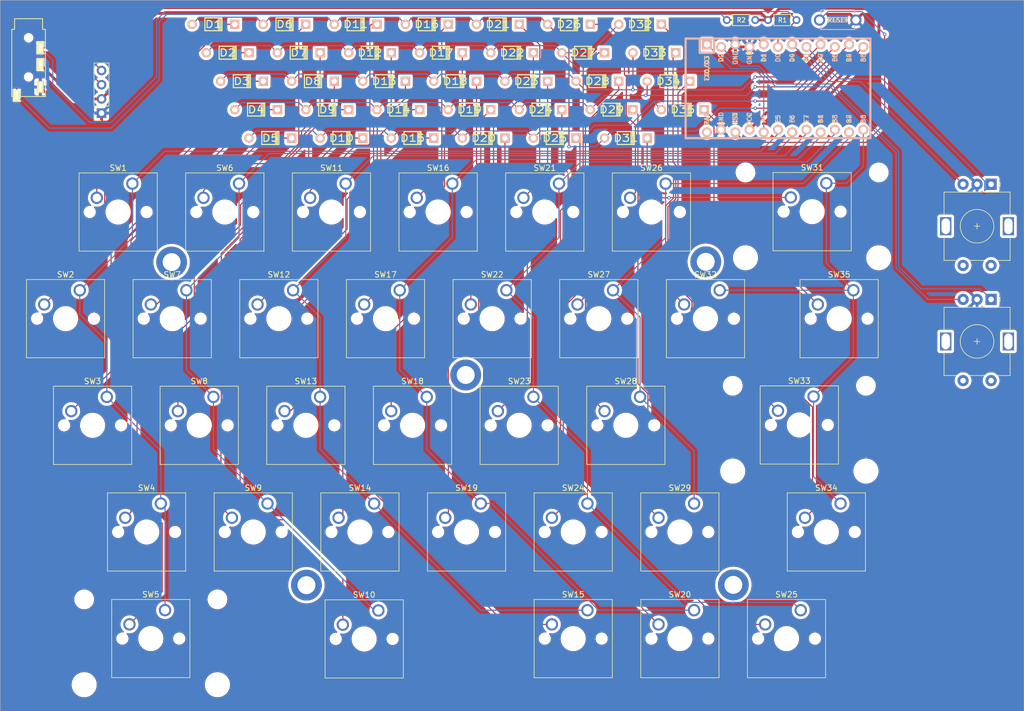
<source format=kicad_pcb>
(kicad_pcb (version 20221018) (generator pcbnew)
  (layers (0 "F.Cu" signal) (31 "B.Cu" signal) (34 "B.Paste" user) (35 "F.Paste" user) (36 "B.SilkS" user "B.Silkscreen") (37 "F.SilkS" user "F.Silkscreen") (38 "B.Mask" user) (39 "F.Mask" user) (44 "Edge.Cuts" user))
  (net 0 "")
  (net 1 "GND")
  (net 2 "VCC")
  (net 3 "SCL")
  (net 4 "reset")
  (net 5 "encE")
  (net 6 "encF")
  (net 7 "encC")
  (net 8 "encD")
  (net 9 "rowB")
  (net 10 "Net-(D3-A)")
  (net 11 "rowC")
  (net 12 "Net-(D4-A)")
  (net 13 "rowD")
  (net 14 "Net-(D5-A)")
  (net 15 "rowE")
  (net 16 "Net-(D6-A)")
  (net 17 "rowA")
  (net 18 "Net-(D7-A)")
  (net 19 "Net-(D8-A)")
  (net 20 "Net-(D9-A)")
  (net 21 "Net-(D10-A)")
  (net 22 "Net-(D11-A)")
  (net 23 "Net-(D12-A)")
  (net 24 "Net-(D13-A)")
  (net 25 "Net-(D14-A)")
  (net 26 "Net-(D15-A)")
  (net 27 "Net-(D16-A)")
  (net 28 "Net-(D17-A)")
  (net 29 "Net-(D18-A)")
  (net 30 "Net-(D19-A)")
  (net 31 "Net-(D20-A)")
  (net 32 "Net-(D21-A)")
  (net 33 "Net-(D22-A)")
  (net 34 "Net-(D23-A)")
  (net 35 "Net-(D24-A)")
  (net 36 "Net-(D25-A)")
  (net 37 "Net-(D26-A)")
  (net 38 "Net-(D27-A)")
  (net 39 "Net-(D28-A)")
  (net 40 "Net-(D29-A)")
  (net 41 "Net-(D32-A)")
  (net 42 "Net-(D33-A)")
  (net 43 "Net-(D34-A)")
  (net 44 "Net-(D35-A)")
  (net 45 "Net-(D31-A)")
  (net 46 "Net-(D1-A)")
  (net 47 "Net-(D2-A)")
  (net 48 "col7")
  (net 49 "col6")
  (net 50 "col5")
  (net 51 "col4")
  (net 52 "col3")
  (net 53 "col2")
  (net 54 "col1")
  (net 56 "SDA")
  (footprint "Library:Diode" (layer "F.Cu") (at 124.46 43.942)
    (fp_text reference "D17")
    (fp_text value "D_Small" hide)
  )
  (footprint "Button_Switch_Keyboard:SW_Cherry_MX_1.00u_PCB" (layer "F.Cu") (at 150.622 124.46)
    (fp_text reference "SW24")
    (fp_text value "KEYSW")
  )
  (footprint "Button_Switch_Keyboard:SW_Cherry_MX_1.00u_PCB" (layer "F.Cu") (at 140.97 105.41)
    (fp_text reference "SW23")
    (fp_text value "KEYSW")
  )
  (footprint "Library:RotaryEncoder_EC11" (layer "F.Cu") (at 220.218 74.93 -90)
    (fp_text reference "ROT2")
    (fp_text value "RotaryEncoder")
  )
  (footprint "Library:Diode" (layer "F.Cu") (at 96.52 38.862)
    (fp_text reference "D6")
    (fp_text value "D_Small" hide)
  )
  (footprint "Button_Switch_Keyboard:SW_Cherry_MX_1.25u_PCB" (layer "F.Cu") (at 113.284 143.5608)
    (fp_text reference "SW10")
    (fp_text value "KEYSW")
  )
  (footprint "" (layer "F.Cu") (at 171.7548 81.28)
    (fp_text reference "")
    (fp_text value "")
  )
  (footprint "Library:Diode" (layer "F.Cu") (at 152.4 49.022)
    (fp_text reference "D28")
    (fp_text value "D_Small" hide)
  )
  (footprint "Connector_PinSocket_2.54mm:PinSocket_1x04_P2.54mm_Vertical" (layer "F.Cu") (at 63.8306 54.727 180)
    (fp_text reference "J1" hide)
    (fp_text value "Conn_01x04")
  )
  (footprint "Button_Switch_Keyboard:SW_Cherry_MX_1.00u_PCB" (layer "F.Cu") (at 169.672 124.46)
    (fp_text reference "SW29")
    (fp_text value "KEYSW")
  )
  (footprint "Button_Switch_Keyboard:SW_Cherry_MX_1.00u_PCB" (layer "F.Cu") (at 136.144 86.36)
    (fp_text reference "SW22")
    (fp_text value "KEYSW")
  )
  (footprint "Library:Diode" (layer "F.Cu") (at 116.84 54.102)
    (fp_text reference "D14")
    (fp_text value "D_Small" hide)
  )
  (footprint "Button_Switch_Keyboard:SW_Cherry_MX_1.00u_PCB" (layer "F.Cu") (at 98.044 86.36)
    (fp_text reference "SW12")
    (fp_text value "KEYSW")
  )
  (footprint "Library:Diode" (layer "F.Cu") (at 111.76 43.942)
    (fp_text reference "D12")
    (fp_text value "D_Small" hide)
  )
  (footprint "Button_Switch_Keyboard:SW_Cherry_MX_1.00u_PCB" (layer "F.Cu") (at 83.82 105.41)
    (fp_text reference "SW8")
    (fp_text value "KEYSW")
  )
  (footprint "Button_Switch_Keyboard:SW_Cherry_MX_1.00u_PCB" (layer "F.Cu") (at 126.492 67.31)
    (fp_text reference "SW16")
    (fp_text value "KEYSW")
  )
  (footprint "Library:Diode" (layer "F.Cu") (at 129.54 54.102)
    (fp_text reference "D19")
    (fp_text value "D_Small" hide)
  )
  (footprint "Keebio-Parts:Diode" (layer "F.Cu") (at 144.78 59.182)
    (fp_text reference "D25")
    (fp_text value "VAL**" hide)
  )
  (footprint "Button_Switch_Keyboard:SW_Cherry_MX_1.00u_PCB" (layer "F.Cu") (at 93.472 124.46)
    (fp_text reference "SW9")
    (fp_text value "KEYSW")
  )
  (footprint "Button_Switch_Keyboard:SW_Cherry_MX_1.00u_PCB" (layer "F.Cu") (at 169.672 143.51)
    (fp_text reference "SW20")
    (fp_text value "KEYSW")
  )
  (footprint "Library:TACT_SWITCH_TVBP06" (layer "F.Cu") (at 195.326 38.1)
    (fp_text reference "SW_A1" hide)
    (fp_text value "SW_PUSH" hide)
  )
  (footprint "" (layer "F.Cu") (at 100.4316 139.0396)
    (fp_text reference "")
    (fp_text value "")
  )
  (footprint "Button_Switch_Keyboard:SW_Cherry_MX_1.00u_PCB" (layer "F.Cu") (at 131.572 124.46)
    (fp_text reference "SW19")
    (fp_text value "KEYSW")
  )
  (footprint "Library:Diode" (layer "F.Cu") (at 121.92 38.862)
    (fp_text reference "D16")
    (fp_text value "D_Small" hide)
  )
  (footprint "Library:Diode" (layer "F.Cu") (at 127 49.022)
    (fp_text reference "D18")
    (fp_text value "D_Small" hide)
  )
  (footprint "Keebio-Parts:Diode" (layer "F.Cu") (at 162.56 43.942)
    (fp_text reference "D33")
    (fp_text value "VAL**" hide)
  )
  (footprint "Library:Diode" (layer "F.Cu") (at 104.14 54.102)
    (fp_text reference "D9")
    (fp_text value "D_Small" hide)
  )
  (footprint "Keebio-Parts:Diode" (layer "F.Cu") (at 165.1 49.022)
    (fp_text reference "D34")
    (fp_text value "VAL**" hide)
  )
  (footprint "Library:Diode" (layer "F.Cu") (at 157.48 59.182)
    (fp_text reference "D31")
    (fp_text value "D_Small" hide)
  )
  (footprint "Library:Diode" (layer "F.Cu") (at 101.6 49.022)
    (fp_text reference "D8")
    (fp_text value "D_Small" hide)
  )
  (footprint "Button_Switch_Keyboard:SW_Cherry_MX_1.00u_PCB" (layer "F.Cu") (at 160.02 105.41)
    (fp_text reference "SW28")
    (fp_text value "KEYSW")
  )
  (footprint "Library:Diode" (layer "F.Cu") (at 99.06 43.942)
    (fp_text reference "D7")
    (fp_text value "D_Small" hide)
  )
  (footprint "Library:Diode" (layer "F.Cu") (at 106.68 59.182)
    (fp_text reference "D10")
    (fp_text value "D_Small" hide)
  )
  (footprint "Library:TRRS" (layer "F.Cu") (at 50.8 39.76)
    (fp_text reference "U2" hide)
    (fp_text value "TRRS" hide)
  )
  (footprint "Library:Diode" (layer "F.Cu") (at 139.7 49.022)
    (fp_text reference "D23")
    (fp_text value "D_Small" hide)
  )
  (footprint "Library:RESISTOR" (layer "F.Cu") (at 185.42 38.1 180)
    (fp_text reference "R1")
    (fp_text value "4.7k" hide)
  )
  (footprint "Button_Switch_Keyboard:SW_Cherry_MX_1.75u_PCB" (layer "F.Cu") (at 195.834 124.46)
    (fp_text reference "SW34")
    (fp_text value "KEYSW")
  )
  (footprint "Library:Diode" (layer "F.Cu") (at 88.9 49.022)
    (fp_text reference "D3")
    (fp_text value "D_Small" hide)
  )
  (footprint "Library:Diode" (layer "F.Cu") (at 142.24 54.102)
    (fp_text reference "D24")
    (fp_text value "D_Small" hide)
  )
  (footprint "Library:Diode" (layer "F.Cu") (at 86.36 43.942)
    (fp_text reference "D2")
    (fp_text value "D_Small" hide)
  )
  (footprint "Button_Switch_Keyboard:SW_Cherry_MX_1.00u_PCB" (layer "F.Cu") (at 188.722 143.51)
    (fp_text reference "SW25")
    (fp_text value "KEYSW")
  )
  (footprint "Button_Switch_Keyboard:SW_Cherry_MX_1.00u_PCB" (layer "F.Cu") (at 74.422 124.46)
    (fp_text reference "SW4")
    (fp_text value "KEYSW")
  )
  (footprint "Library:RESISTOR" (layer "F.Cu") (at 178.054 38.1 180)
    (fp_text reference "R2")
    (fp_text value "4.7k" hide)
  )
  (footprint "Button_Switch_Keyboard:SW_Cherry_MX_1.00u_PCB" (layer "F.Cu") (at 164.592 67.31)
    (fp_text reference "SW26")
    (fp_text value "KEYSW")
  )
  (footprint "Library:Diode" (layer "F.Cu") (at 91.44 54.102)
    (fp_text reference "D4")
    (fp_text value "D_Small" hide)
  )
  (footprint "Button_Switch_Keyboard:SW_Cherry_MX_1.00u_PCB" (layer "F.Cu") (at 150.622 143.51)
    (fp_text reference "SW15")
    (fp_text value "KEYSW")
  )
  (footprint "Button_Switch_Keyboard:SW_Cherry_MX_2.75u_PCB" (layer "F.Cu") (at 75.1712 143.4996)
    (fp_text reference "SW5")
    (fp_text value "KEYSW")
  )
  (footprint "Keebio-Parts:Diode" (layer "F.Cu") (at 167.64 54.102)
    (fp_text reference "D35")
    (fp_text value "VAL**" hide)
  )
  (footprint "Library:Diode" (layer "F.Cu") (at 119.38 59.182)
    (fp_text reference "D15")
    (fp_text value "D_Small" hide)
  )
  (footprint "Library:Diode" (layer "F.Cu") (at 93.98 59.182)
    (fp_text reference "D5")
    (fp_text value "D_Small" hide)
  )
  (footprint "Button_Switch_Keyboard:SW_Cherry_MX_1.00u_PCB" (layer "F.Cu") (at 174.244 86.36)
    (fp_text reference "SW32")
    (fp_text value "KEYSW")
  )
  (footprint "Button_Switch_Keyboard:SW_Cherry_MX_1.00u_PCB" (layer "F.Cu") (at 145.542 67.31)
    (fp_text reference "SW21")
    (fp_text value "KEYSW")
  )
  (footprint "Library:Diode" (layer "F.Cu") (at 109.22 38.862)
    (fp_text reference "D11")
    (fp_text value "D_Small" hide)
  )
  (footprint "" (layer "F.Cu") (at 176.6824 138.9888)
    (fp_text reference "")
    (fp_text value "")
  )
  (footprint "Button_Switch_Keyboard:SW_Cherry_MX_1.00u_PCB" (layer "F.Cu") (at 155.194 86.36)
    (fp_text reference "SW27")
    (fp_text value "KEYSW")
  )
  (footprint "Button_Switch_Keyboard:SW_Cherry_MX_1.00u_PCB" (layer "F.Cu") (at 121.92 105.41)
    (fp_text reference "SW18")
    (fp_text value "KEYSW")
  )
  (footprint "Library:Diode" (layer "F.Cu") (at 149.86 43.942)
    (fp_text reference "D27")
    (fp_text value "D_Small" hide)
  )
  (footprint "Button_Switch_Keyboard:SW_Cherry_MX_1.50u_PCB" (layer "F.Cu") (at 198.12 86.36)
    (fp_text reference "SW35")
    (fp_text value "KEYSW")
  )
  (footprint "Button_Switch_Keyboard:SW_Cherry_MX_2.00u_PCB" (layer "F.Cu") (at 193.294 67.244)
    (fp_text reference "SW31")
    (fp_text value "KEYSW")
  )
  (footprint "Library:Diode" (layer "F.Cu") (at 154.94 54.102)
    (fp_text reference "D29")
    (fp_text value "D_Small" hide)
  )
  (footprint "Button_Switch_Keyboard:SW_Cherry_MX_1.00u_PCB" (layer "F.Cu") (at 107.442 67.31)
    (fp_text reference "SW11")
    (fp_text value "KEYSW")
  )
  (footprint "Button_Switch_Keyboard:SW_Cherry_MX_1.00u_PCB" (layer "F.Cu") (at 112.522 124.46)
    (fp_text reference "SW14")
    (fp_text value "KEYSW")
  )
  (footprint "Library:Diode" (layer "F.Cu") (at 147.32 38.862)
    (fp_text reference "D26")
    (fp_text value "D_Small" hide)
  )
  (footprint "Library:Diode" (layer "F.Cu") (at 114.3 49.022)
    (fp_text reference "D13")
    (fp_text value "D_Small" hide)
  )
  (footprint "Library:Diode" (layer "F.Cu") (at 132.08 59.182)
    (fp_text reference "D20")
    (fp_text value "D_Small" hide)
  )
  (footprint "Library:RotaryEncoder_EC11" (layer "F.Cu") (at 220.218 95.504 -90)
    (fp_text reference "ROT1")
    (fp_text value "RotaryEncoder")
  )
  (footprint "" (layer "F.Cu") (at 76.3524 81.3308)
    (fp_text reference "")
    (fp_text value "")
  )
  (footprint "Button_Switch_Keyboard:SW_Cherry_MX_2.25u_PCB" (layer "F.Cu") (at 191.008 105.344)
    (fp_text reference "SW33")
    (fp_text value "KEYSW")
  )
  (footprint "Button_Switch_Keyboard:SW_Cherry_MX_1.00u_PCB" (layer "F.Cu") (at 64.77 105.41)
    (fp_text reference "SW3")
    (fp_text value "KEYSW")
  )
  (footprint "Keebio-Parts:Diode" (layer "F.Cu") (at 160.02 38.862)
    (fp_text reference "D32")
    (fp_text value "VAL**" hide)
  )
  (footprint "Button_Switch_Keyboard:SW_Cherry_MX_1.00u_PCB" (layer "F.Cu") (at 88.392 67.31)
    (fp_text reference "SW6")
    (fp_text value "KEYSW")
  )
  (footprint "Button_Switch_Keyboard:SW_Cherry_MX_1.00u_PCB" (layer "F.Cu") (at 102.87 105.41)
    (fp_text reference "SW13")
    (fp_text value "KEYSW")
  )
  (footprint "Button_Switch_Keyboard:SW_Cherry_MX_1.00u_PCB" (layer "F.Cu") (at 69.342 67.31)
    (fp_text reference "SW1")
    (fp_text value "KEYSW")
  )
  (footprint "Library:Diode" (layer "F.Cu") (at 134.62 38.862)
    (fp_text reference "D21")
    (fp_text value "D_Small" hide)
  )
  (footprint "Button_Switch_Keyboard:SW_Cherry_MX_1.00u_PCB" (layer "F.Cu") (at 59.944 86.36)
    (fp_text reference "SW2")
    (fp_text value "KEYSW")
  )
  (footprint "Library:Diode" (layer "F.Cu") (at 137.16 43.942)
    (fp_text reference "D22")
    (fp_text value "D_Small" hide)
  )
  (footprint "Button_Switch_Keyboard:SW_Cherry_MX_1.00u_PCB" (layer "F.Cu") (at 78.994 86.36)
    (fp_text reference "SW7")
    (fp_text value "KEYSW")
  )
  (footprint "" (layer "F.Cu") (at 128.8796 101.4984)
    (fp_text reference "")
    (fp_text value "")
  )
  (footprint "Button_Switch_Keyboard:SW_Cherry_MX_1.00u_PCB" (layer "F.Cu") (at 117.094 86.36)
    (fp_text reference "SW17")
    (fp_text value "KEYSW")
  )
  (footprint "Library:Diode" (layer "F.Cu") (at 83.82 38.862)
    (fp_text reference "D1")
    (fp_text value "D_Small" hide)
  )
  (footprint "Keebio-Parts:ArduinoProMicro-ZigZag" (layer "B.Cu") (at 185.928 50.292)
    (fp_text reference "U1" hide)
    (fp_text value "ProMicro" hide)
  )
  (gr_line (start 45.72 34.544) (end 228.6 34.544) (stroke (width 0.05)) (layer "Edge.Cuts"))
  (gr_line (start 228.6 34.544) (end 228.6 161.544) (stroke (width 0.05)) (layer "Edge.Cuts"))
  (gr_line (start 228.6 161.544) (end 45.72 161.544) (stroke (width 0.05)) (layer "Edge.Cuts"))
  (gr_line (start 45.72 161.544) (end 45.72 34.544) (stroke (width 0.05)) (layer "Edge.Cuts"))
  (segment (start 174.498 57.6834) (end 177.038 55.1434) (width 0.5) (layer "F.Cu") (net 1))
  (segment (start 177.038 55.1434) (end 177.038 44.958) (width 0.5) (layer "F.Cu") (net 1))
  (segment (start 177.038 44.958) (end 177.038 42.4434) (width 0.5) (layer "F.Cu") (net 1))
  (segment (start 177.4952 42.9006) (end 179.578 42.9006) (width 0.5) (layer "F.Cu") (net 1))
  (segment (start 177.4952 42.9006) (end 177.038 42.4434) (width 0.2) (layer "F.Cu") (net 1))
  (segment (start 57.567 54.727) (end 52.9 50.06) (width 0.5) (layer "F.Cu") (net 1))
  (segment (start 63.8306 54.727) (end 57.567 54.727) (width 0.5) (layer "F.Cu") (net 1))
  (segment (start 224.79 87.068) (end 224.79 89.408) (width 0.5) (layer "B.Cu") (net 1))
  (segment (start 72.898 35.56) (end 71.12 37.338) (width 0.5) (layer "B.Cu") (net 1))
  (segment (start 196.443 40.233) (end 196.29 40.386) (width 0.5) (layer "B.Cu") (net 1))
  (segment (start 220.218 67.43) (end 220.218 82.496) (width 0.5) (layer "B.Cu") (net 1))
  (segment (start 221.731787 70.358) (end 220.218 68.844213) (width 0.5) (layer "B.Cu") (net 1))
  (segment (start 205.486 42.672) (end 205.486 38.608) (width 0.5) (layer "B.Cu") (net 1))
  (segment (start 204.317 43.841) (end 225.552 65.076) (width 0.5) (layer "B.Cu") (net 1))
  (segment (start 224.79 89.408) (end 223.774 90.424) (width 0.5) (layer "B.Cu") (net 1))
  (segment (start 224.028 70.358) (end 221.731787 70.358) (width 0.5) (layer "B.Cu") (net 1))
  (segment (start 198.576 38.1) (end 204.317 43.841) (width 0.5) (layer "B.Cu") (net 1))
  (segment (start 179.578 41.656) (end 179.578 42.9006) (width 0.5) (layer "B.Cu") (net 1))
  (segment (start 225.552 65.076) (end 225.552 68.834) (width 0.5) (layer "B.Cu") (net 1))
  (segment (start 220.218 82.496) (end 224.79 87.068) (width 0.5) (layer "B.Cu") (net 1))
  (segment (start 196.29 40.386) (end 180.848 40.386) (width 0.5) (layer "B.Cu") (net 1))
  (segment (start 71.12 37.338) (end 71.12 47.4376) (width 0.5) (layer "B.Cu") (net 1))
  (segment (start 204.317 43.841) (end 205.486 42.672) (width 0.5) (layer "B.Cu") (net 1))
  (segment (start 71.12 47.4376) (end 63.8306 54.727) (width 0.5) (layer "B.Cu") (net 1))
  (segment (start 220.218 89.418213) (end 220.218 88.004) (width 0.5) (layer "B.Cu") (net 1))
  (segment (start 220.218 68.844213) (end 220.218 67.43) (width 0.5) (layer "B.Cu") (net 1))
  (segment (start 180.848 40.386) (end 179.578 41.656) (width 0.5) (layer "B.Cu") (net 1))
  (segment (start 223.774 90.424) (end 221.223787 90.424) (width 0.5) (layer "B.Cu") (net 1))
  (segment (start 225.552 68.834) (end 224.028 70.358) (width 0.5) (layer "B.Cu") (net 1))
  (segment (start 221.223787 90.424) (end 220.218 89.418213) (width 0.5) (layer "B.Cu") (net 1))
  (segment (start 205.486 38.608) (end 202.438 35.56) (width 0.5) (layer "B.Cu") (net 1))
  (segment (start 198.576 38.1) (end 196.443 40.233) (width 0.5) (layer "B.Cu") (net 1))
  (segment (start 202.438 35.56) (end 72.898 35.56) (width 0.5) (layer "B.Cu") (net 1))
  (segment (start 182.6514 54.61) (end 190.754 54.61) (width 0.5) (layer "F.Cu") (net 2))
  (segment (start 181.6775 36.8975) (end 73.1813 36.8975) (width 0.5) (layer "F.Cu") (net 2))
  (segment (start 201.422 36.068) (end 184.912 36.068) (width 0.5) (layer "F.Cu") (net 2))
  (segment (start 182.88 38.1) (end 180.594 38.1) (width 0.5) (layer "F.Cu") (net 2))
  (segment (start 59.027 52.187) (end 52.9 46.06) (width 0.5) (layer "F.Cu") (net 2))
  (segment (start 190.754 54.61) (end 202.692 42.672) (width 0.5) (layer "F.Cu") (net 2))
  (segment (start 184.912 36.068) (end 182.88 38.1) (width 0.5) (layer "F.Cu") (net 2))
  (segment (start 179.578 57.6834) (end 182.6514 54.61) (width 0.5) (layer "F.Cu") (net 2))
  (segment (start 202.692 37.338) (end 201.422 36.068) (width 0.5) (layer "F.Cu") (net 2))
  (segment (start 202.692 42.672) (end 202.692 37.338) (width 0.5) (layer "F.Cu") (net 2))
  (segment (start 73.1813 36.8975) (end 68.58 41.4988) (width 0.5) (layer "F.Cu") (net 2))
  (segment (start 182.88 38.1) (end 181.6775 36.8975) (width 0.5) (layer "F.Cu") (net 2))
  (segment (start 68.58 41.4988) (end 68.58 47.4376) (width 0.5) (layer "F.Cu") (net 2))
  (segment (start 68.58 47.4376) (end 63.8306 52.187) (width 0.5) (layer "F.Cu") (net 2))
  (segment (start 63.8306 52.187) (end 59.027 52.187) (width 0.5) (layer "F.Cu") (net 2))
  (segment (start 57.2436 43.06) (end 63.8306 49.647) (width 0.2) (layer "F.Cu") (net 3))
  (segment (start 52.9 43.06) (end 57.2436 43.06) (width 0.2) (layer "F.Cu") (net 3))
  (segment (start 187.96 38.1) (end 184.658 41.402) (width 0.2) (layer "F.Cu") (net 3))
  (segment (start 184.658 41.402) (end 184.658 42.9006) (width 0.2) (layer "F.Cu") (net 3))
  (segment (start 187.96 38.1) (end 186.436 36.576) (width 0.2) (layer "B.Cu") (net 3))
  (segment (start 186.436 36.576) (end 75.184 36.576) (width 0.2) (layer "B.Cu") (net 3))
  (segment (start 55.118 45.278) (end 52.9 43.06) (width 0.2) (layer "B.Cu") (net 3))
  (segment (start 55.118 49.784) (end 55.118 45.278) (width 0.2) (layer "B.Cu") (net 3))
  (segment (start 61.722 56.388) (end 55.118 49.784) (width 0.2) (layer "B.Cu") (net 3))
  (segment (start 75.184 36.576) (end 73.66 38.1) (width 0.2) (layer "B.Cu") (net 3))
  (segment (start 73.66 48.26) (end 65.532 56.388) (width 0.2) (layer "B.Cu") (net 3))
  (segment (start 73.66 38.1) (end 73.66 48.26) (width 0.2) (layer "B.Cu") (net 3))
  (segment (start 65.532 56.388) (end 61.722 56.388) (width 0.2) (layer "B.Cu") (net 3))
  (segment (start 178.8414 59.944) (end 200.406 59.944) (width 0.2) (layer "F.Cu") (net 4))
  (segment (start 200.406 59.944) (end 203.708 56.642) (width 0.2) (layer "F.Cu") (net 4))
  (segment (start 203.708 56.642) (end 203.708 40.64) (width 0.2) (layer "F.Cu") (net 4))
  (segment (start 177.038 58.1406) (end 178.8414 59.944) (width 0.2) (layer "F.Cu") (net 4))
  (via (at 203.708 40.64) (size 0.6) (drill 0.3) (layers "F.Cu" "B.Cu") (net 4))
  (segment (start 203.708 40.64) (end 199.644 36.576) (width 0.2) (layer "B.Cu") (net 4))
  (segment (start 193.6 36.576) (end 192.076 38.1) (width 0.2) (layer "B.Cu") (net 4))
  (segment (start 199.644 36.576) (end 193.6 36.576) (width 0.2) (layer "B.Cu") (net 4))
  (segment (start 199.364 49.076) (end 217.718 67.43) (width 0.2) (layer "B.Cu") (net 5))
  (segment (start 193.8306 49.076) (end 199.364 49.076) (width 0.2) (layer "B.Cu") (net 5))
  (segment (start 187.198 42.4434) (end 193.8306 49.076) (width 0.2) (layer "B.Cu") (net 5))
  (segment (start 222.718 67.43) (end 221.572 68.576) (width 0.2) (layer "B.Cu") (net 6))
  (segment (start 195.4594 48.622) (end 189.738 42.9006) (width 0.2) (layer "B.Cu") (net 6))
  (segment (start 221.572 68.576) (end 221.572 66.869154) (width 0.2) (layer "B.Cu") (net 6))
  (segment (start 203.324846 48.622) (end 195.4594 48.622) (width 0.2) (layer "B.Cu") (net 6))
  (segment (start 221.572 66.869154) (end 203.324846 48.622) (width 0.2) (layer "B.Cu") (net 6))
  (segment (start 211.448 88.004) (end 217.718 88.004) (width 0.2) (layer "B.Cu") (net 7))
  (segment (start 193.992507 50.038) (end 205.74 61.785493) (width 0.2) (layer "B.Cu") (net 7))
  (segment (start 184.284052 50.038) (end 193.992507 50.038) (width 0.2) (layer "B.Cu") (net 7))
  (segment (start 176.3046 46.79) (end 181.036052 46.79) (width 0.2) (layer "B.Cu") (net 7))
  (segment (start 205.74 61.785493) (end 205.74 82.296) (width 0.2) (layer "B.Cu") (net 7))
  (segment (start 181.036052 46.79) (end 184.284052 50.038) (width 0.2) (layer "B.Cu") (net 7))
  (segment (start 205.74 82.296) (end 211.448 88.004) (width 0.2) (layer "B.Cu") (net 7))
  (segment (start 171.958 42.4434) (end 176.3046 46.79) (width 0.2) (layer "B.Cu") (net 7))
  (segment (start 206.194 82.107948) (end 206.194 61.59744) (width 0.2) (layer "B.Cu") (net 8))
  (segment (start 210.192052 86.106) (end 206.194 82.107948) (width 0.2) (layer "B.Cu") (net 8))
  (segment (start 222.718 88.004) (end 220.82 86.106) (width 0.2) (layer "B.Cu") (net 8))
  (segment (start 184.418105 49.53) (end 181.224105 46.336) (width 0.2) (layer "B.Cu") (net 8))
  (segment (start 177.9334 46.336) (end 174.498 42.9006) (width 0.2) (layer "B.Cu") (net 8))
  (segment (start 206.194 61.59744) (end 194.12656 49.53) (width 0.2) (layer "B.Cu") (net 8))
  (segment (start 181.224105 46.336) (end 177.9334 46.336) (width 0.2) (layer "B.Cu") (net 8))
  (segment (start 194.12656 49.53) (end 184.418105 49.53) (width 0.2) (layer "B.Cu") (net 8))
  (segment (start 220.82 86.106) (end 210.192052 86.106) (width 0.2) (layer "B.Cu") (net 8))
  (segment (start 186.4614 48.26) (end 192.278 42.4434) (width 0.2) (layer "F.Cu") (net 9))
  (segment (start 180.594 48.26) (end 186.4614 48.26) (width 0.2) (layer "F.Cu") (net 9))
  (segment (start 158.75 50.546) (end 158.75 43.942) (width 0.2) (layer "F.Cu") (net 9))
  (via (at 158.75 50.546) (size 0.6) (drill 0.3) (layers "F.Cu" "B.Cu") (net 9))
  (via (at 180.594 48.26) (size 0.6) (drill 0.3) (layers "F.Cu" "B.Cu") (net 9))
  (segment (start 85.09 49.022) (end 86.36 47.752) (width 0.2) (layer "B.Cu") (net 9))
  (segment (start 135.89 49.022) (end 137.16 47.752) (width 0.2) (layer "B.Cu") (net 9))
  (segment (start 134.62 47.752) (end 135.89 49.022) (width 0.2) (layer "B.Cu") (net 9))
  (segment (start 96.52 47.752) (end 97.79 49.022) (width 0.2) (layer "B.Cu") (net 9))
  (segment (start 97.79 49.022) (end 99.06 47.752) (width 0.2) (layer "B.Cu") (net 9))
  (segment (start 109.22 47.752) (end 110.49 49.022) (width 0.2) (layer "B.Cu") (net 9))
  (segment (start 137.16 47.752) (end 147.32 47.752) (width 0.2) (layer "B.Cu") (net 9))
  (segment (start 147.32 47.752) (end 148.59 49.022) (width 0.2) (layer "B.Cu") (net 9))
  (segment (start 150.114 50.546) (end 158.75 50.546) (width 0.2) (layer "B.Cu") (net 9))
  (segment (start 99.06 47.752) (end 109.22 47.752) (width 0.2) (layer "B.Cu") (net 9))
  (segment (start 121.92 47.752) (end 123.19 49.022) (width 0.2) (layer "B.Cu") (net 9))
  (segment (start 148.59 49.022) (end 150.114 50.546) (width 0.2) (layer "B.Cu") (net 9))
  (segment (start 110.49 49.022) (end 111.76 47.752) (width 0.2) (layer "B.Cu") (net 9))
  (segment (start 158.75 50.546) (end 178.308 50.546) (width 0.2) (layer "B.Cu") (net 9))
  (segment (start 86.36 47.752) (end 96.52 47.752) (width 0.2) (layer "B.Cu") (net 9))
  (segment (start 111.76 47.752) (end 121.92 47.752) (width 0.2) (layer "B.Cu") (net 9))
  (segment (start 178.308 50.546) (end 180.594 48.26) (width 0.2) (layer "B.Cu") (net 9))
  (segment (start 124.46 47.752) (end 134.62 47.752) (width 0.2) (layer "B.Cu") (net 9))
  (segment (start 123.19 49.022) (end 124.46 47.752) (width 0.2) (layer "B.Cu") (net 9))
  (segment (start 65.532 100.838) (end 58.42 107.95) (width 0.2) (layer "F.Cu") (net 10))
  (segment (start 70.104 70.612) (end 70.104 74.168) (width 0.2) (layer "F.Cu") (net 10))
  (segment (start 86.106 51.308) (end 86.106 54.61) (width 0.2) (layer "F.Cu") (net 10))
  (segment (start 65.532 78.74) (end 65.532 100.838) (width 0.2) (layer "F.Cu") (net 10))
  (segment (start 92.71 49.022) (end 88.392 49.022) (width 0.2) (layer "F.Cu") (net 10))
  (segment (start 86.106 54.61) (end 70.104 70.612) (width 0.2) (layer "F.Cu") (net 10))
  (segment (start 70.104 74.168) (end 65.532 78.74) (width 0.2) (layer "F.Cu") (net 10))
  (segment (start 88.392 49.022) (end 86.106 51.308) (width 0.2) (layer "F.Cu") (net 10))
  (segment (start 161.29 51.308) (end 161.29 49.022) (width 0.2) (layer "F.Cu") (net 11))
  (segment (start 180.594 50.038) (end 187.6806 50.038) (width 0.2) (layer "F.Cu") (net 11))
  (segment (start 161.036 51.562) (end 161.29 51.308) (width 0.2) (layer "F.Cu") (net 11))
  (segment (start 187.6806 50.038) (end 194.818 42.9006) (width 0.2) (layer "F.Cu") (net 11))
  (via (at 161.036 51.562) (size 0.6) (drill 0.3) (layers "F.Cu" "B.Cu") (net 11))
  (via (at 180.594 50.038) (size 0.6) (drill 0.3) (layers "F.Cu" "B.Cu") (net 11))
  (segment (start 151.13 54.102) (end 149.86 52.832) (width 0.2) (layer "B.Cu") (net 11))
  (segment (start 138.43 54.102) (end 137.16 52.832) (width 0.2) (layer "B.Cu") (net 11))
  (segment (start 100.33 54.102) (end 99.06 52.832) (width 0.2) (layer "B.Cu") (net 11))
  (segment (start 137.16 52.832) (end 127 52.832) (width 0.2) (layer "B.Cu") (net 11))
  (segment (start 180.594 50.038) (end 179.07 51.562) (width 0.2) (layer "B.Cu") (net 11))
  (segment (start 125.73 54.102) (end 124.46 52.832) (width 0.2) (layer "B.Cu") (net 11))
  (segment (start 139.7 52.832) (end 138.43 54.102) (width 0.2) (layer "B.Cu") (net 11))
  (segment (start 101.6 52.832) (end 100.33 54.102) (width 0.2) (layer "B.Cu") (net 11))
  (segment (start 127 52.832) (end 125.73 54.102) (width 0.2) (layer "B.Cu") (net 11))
  (segment (start 149.86 52.832) (end 139.7 52.832) (width 0.2) (layer "B.Cu") (net 11))
  (segment (start 153.67 51.562) (end 151.13 54.102) (width 0.2) (layer "B.Cu") (net 11))
  (segment (start 124.46 52.832) (end 114.3 52.832) (width 0.2) (layer "B.Cu") (net 11))
  (segment (start 99.06 52.832) (end 88.9 52.832) (width 0.2) (layer "B.Cu") (net 11))
  (segment (start 179.07 51.562) (end 161.036 51.562) (width 0.2) (layer "B.Cu") (net 11))
  (segment (start 88.9 52.832) (end 87.63 54.102) (width 0.2) (layer "B.Cu") (net 11))
  (segment (start 161.036 51.562) (end 153.67 51.562) (width 0.2) (layer "B.Cu") (net 11))
  (segment (start 114.3 52.832) (end 113.03 54.102) (width 0.2) (layer "B.Cu") (net 11))
  (segment (start 111.76 52.832) (end 101.6 52.832) (width 0.2) (layer "B.Cu") (net 11))
  (segment (start 113.03 54.102) (end 111.76 52.832) (width 0.2) (layer "B.Cu") (net 11))
  (segment (start 92.456 54.102) (end 69.088 77.47) (width 0.2) (layer "F.Cu") (net 12))
  (segment (start 69.088 77.47) (end 69.088 125.984) (width 0.2) (layer "F.Cu") (net 12))
  (segment (start 95.25 54.102) (end 92.456 54.102) (width 0.2) (layer "F.Cu") (net 12))
  (segment (start 69.088 125.984) (end 68.072 127) (width 0.2) (layer "F.Cu") (net 12))
  (segment (start 187.2234 52.578) (end 197.358 42.4434) (width 0.2) (layer "F.Cu") (net 13))
  (segment (start 180.594 52.578) (end 187.2234 52.578) (width 0.2) (layer "F.Cu") (net 13))
  (via (at 180.594 52.578) (size 0.6) (drill 0.3) (layers "F.Cu" "B.Cu") (net 13))
  (segment (start 134.874 57.912) (end 129.54 57.912) (width 0.2) (layer "B.Cu") (net 13))
  (segment (start 139.7 57.912) (end 134.874 57.912) (width 0.2) (layer "B.Cu") (net 13))
  (segment (start 114.3 57.912) (end 115.57 59.182) (width 0.2) (layer "B.Cu") (net 13))
  (segment (start 163.83 54.102) (end 162.56 52.832) (width 0.2) (layer "B.Cu") (net 13))
  (segment (start 151.892 56.896) (end 158.242 56.896) (width 0.2) (layer "B.Cu") (net 13))
  (segment (start 150.876 57.912) (end 151.892 56.896) (width 0.2) (layer "B.Cu") (net 13))
  (segment (start 104.14 57.912) (end 114.3 57.912) (width 0.2) (layer "B.Cu") (net 13))
  (segment (start 91.44 57.912) (end 90.17 59.182) (width 0.2) (layer "B.Cu") (net 13))
  (segment (start 142.24 57.912) (end 150.876 57.912) (width 0.2) (layer "B.Cu") (net 13))
  (segment (start 115.57 59.182) (end 116.84 57.912) (width 0.2) (layer "B.Cu") (net 13))
  (segment (start 116.84 57.912) (end 127 57.912) (width 0.2) (layer "B.Cu") (net 13))
  (segment (start 128.27 59.182) (end 129.54 57.912) (width 0.2) (layer "B.Cu") (net 13))
  (segment (start 102.87 59.182) (end 101.6 57.912) (width 0.2) (layer "B.Cu") (net 13))
  (segment (start 158.242 56.896) (end 162.56 52.578) (width 0.2) (layer "B.Cu") (net 13))
  (segment (start 162.56 52.578) (end 180.594 52.578) (width 0.2) (layer "B.Cu") (net 13))
  (segment (start 102.87 59.182) (end 104.14 57.912) (width 0.2) (layer "B.Cu") (net 13))
  (segment (start 162.56 52.832) (end 162.56 52.578) (width 0.2) (layer "B.Cu") (net 13))
  (segment (start 101.6 57.912) (end 91.44 57.912) (width 0.2) (layer "B.Cu") (net 13))
  (segment (start 127 57.912) (end 128.27 59.182) (width 0.2) (layer "B.Cu") (net 13))
  (segment (start 140.97 59.182) (end 139.7 57.912) (width 0.2) (layer "B.Cu") (net 13))
  (segment (start 140.97 59.182) (end 142.24 57.912) (width 0.2) (layer "B.Cu") (net 13))
  (segment (start 97.79 59.182) (end 92.71 59.182) (width 0.2) (layer "F.Cu") (net 14))
  (segment (start 70.174 78.162) (end 70.174 123.514) (width 0.2) (layer "F.Cu") (net 14))
  (segment (start 74.676 140.1848) (end 68.8212 146.0396) (width 0.2) (layer "F.Cu") (net 14))
  (segment (start 74.676 128.016) (end 74.676 140.1848) (width 0.2) (layer "F.Cu") (net 14))
  (segment (start 70.174 123.514) (end 74.676 128.016) (width 0.2) (layer "F.Cu") (net 14))
  (segment (start 85.598 62.738) (end 70.174 78.162) (width 0.2) (layer "F.Cu") (net 14))
  (segment (start 89.154 62.738) (end 85.598 62.738) (width 0.2) (layer "F.Cu") (net 14))
  (segment (start 92.71 59.182) (end 89.154 62.738) (width 0.2) (layer "F.Cu") (net 14))
  (segment (start 147.32 42.672) (end 147.32 60.706) (width 0.2) (layer "F.Cu") (net 15))
  (segment (start 143.51 38.862) (end 147.32 42.672) (width 0.2) (layer "F.Cu") (net 15))
  (segment (start 199.898 42.9006) (end 188.9506 53.848) (width 0.2) (layer "F.Cu") (net 15))
  (segment (start 188.9506 53.848) (end 180.594 53.848) (width 0.2) (layer "F.Cu") (net 15))
  (via (at 180.594 53.848) (size 0.6) (drill 0.3) (layers "F.Cu" "B.Cu") (net 15))
  (via (at 147.32 60.706) (size 0.6) (drill 0.3) (layers "F.Cu" "B.Cu") (net 15))
  (segment (start 119.38 37.592) (end 129.54 37.592) (width 0.2) (layer "B.Cu") (net 15))
  (segment (start 104.14 37.592) (end 105.41 38.862) (width 0.2) (layer "B.Cu") (net 15))
  (segment (start 106.68 37.592) (end 116.84 37.592) (width 0.2) (layer "B.Cu") (net 15))
  (segment (start 154.94 57.912) (end 170.18 57.912) (width 0.2) (layer "B.Cu") (net 15))
  (segment (start 93.98 37.592) (end 104.14 37.592) (width 0.2) (layer "B.Cu") (net 15))
  (segment (start 91.44 37.592) (end 92.71 38.862) (width 0.2) (layer "B.Cu") (net 15))
  (segment (start 105.41 38.862) (end 106.68 37.592) (width 0.2) (layer "B.Cu") (net 15))
  (segment (start 130.81 38.862) (end 132.08 37.592) (width 0.2) (layer "B.Cu") (net 15))
  (segment (start 174.244 53.848) (end 180.594 53.848) (width 0.2) (layer "B.Cu") (net 15))
  (segment (start 153.67 59.182) (end 154.94 57.912) (width 0.2) (layer "B.Cu") (net 15))
  (segment (start 132.08 37.592) (end 142.24 37.592) (width 0.2) (layer "B.Cu") (net 15))
  (segment (start 142.24 37.592) (end 143.51 38.862) (width 0.2) (layer "B.Cu") (net 15))
  (segment (start 147.32 60.706) (end 152.146 60.706) (width 0.2) (layer "B.Cu") (net 15))
  (segment (start 116.84 37.592) (end 118.11 38.862) (width 0.2) (layer "B.Cu") (net 15))
  (segment (start 92.71 38.862) (end 93.98 37.592) (width 0.2) (layer "B.Cu") (net 15))
  (segment (start 152.146 60.706) (end 153.67 59.182) (width 0.2) (layer "B.Cu") (net 15))
  (segment (start 80.01 38.862) (end 81.28 37.592) (width 0.2) (layer "B.Cu") (net 15))
  (segment (start 129.54 37.592) (end 130.81 38.862) (width 0.2) (layer "B.Cu") (net 15))
  (segment (start 170.18 57.912) (end 174.244 53.848) (width 0.2) (layer "B.Cu") (net 15))
  (segment (start 81.28 37.592) (end 91.44 37.592) (width 0.2) (layer "B.Cu") (net 15))
  (segment (start 118.11 38.862) (end 119.38 37.592) (width 0.2) (layer "B.Cu") (net 15))
  (segment (start 99.06 60.163) (end 95.469 63.754) (width 0.2) (layer "F.Cu") (net 16))
  (segment (start 95.469 63.754) (end 86.868 63.754) (width 0.2) (layer "F.Cu") (net 16))
  (segment (start 86.868 63.754) (end 82.042 68.58) (width 0.2) (layer "F.Cu") (net 16))
  (segment (start 82.042 68.58) (end 82.042 69.85) (width 0.2) (layer "F.Cu") (net 16))
  (segment (start 99.06 40.132) (end 99.06 60.163) (width 0.2) (layer "F.Cu") (net 16))
  (segment (start 100.33 38.862) (end 99.06 40.132) (width 0.2) (layer "F.Cu") (net 16))
  (segment (start 180.848 47.244) (end 149.352 47.244) (width 0.2) (layer "B.Cu") (net 17))
  (segment (start 83.82 42.672) (end 82.55 43.942) (width 0.2) (layer "B.Cu") (net 17))
  (segment (start 156.21 38.862) (end 151.13 43.942) (width 0.2) (layer "B.Cu") (net 17))
  (segment (start 151.13 43.942) (end 146.05 43.942) (width 0.2) (layer "B.Cu") (net 17))
  (segment (start 144.78 42.672) (end 134.62 42.672) (width 0.2) (layer "B.Cu") (net 17))
  (segment (start 134.62 42.672) (end 133.35 43.942) (width 0.2) (layer "B.Cu") (net 17))
  (segment (start 93.98 42.672) (end 83.82 42.672) (width 0.2) (layer "B.Cu") (net 17))
  (segment (start 149.352 47.244) (end 146.05 43.942) (width 0.2) (layer "B.Cu") (net 17))
  (segment (start 121.92 42.672) (end 120.65 43.942) (width 0.2) (layer "B.Cu") (net 17))
  (segment (start 95.25 43.942) (end 93.98 42.672) (width 0.2) (layer "B.Cu") (net 17))
  (segment (start 182.118 48.514) (end 180.848 47.244) (width 0.2) (layer "B.Cu") (net 17))
  (segment (start 133.35 43.942) (end 132.08 42.672) (width 0.2) (layer "B.Cu") (net 17))
  (segment (start 132.08 42.672) (end 121.92 42.672) (width 0.2) (layer "B.Cu") (net 17))
  (segment (start 109.22 42.672) (end 107.95 43.942) (width 0.2) (layer "B.Cu") (net 17))
  (segment (start 107.95 43.942) (end 106.68 42.672) (width 0.2) (layer "B.Cu") (net 17))
  (segment (start 120.65 43.942) (end 119.38 42.672) (width 0.2) (layer "B.Cu") (net 17))
  (segment (start 182.118 58.1406) (end 182.118 48.514) (width 0.2) (layer "B.Cu") (net 17))
  (segment (start 119.38 42.672) (end 109.22 42.672) (width 0.2) (layer "B.Cu") (net 17))
  (segment (start 146.05 43.942) (end 144.78 42.672) (width 0.2) (layer "B.Cu") (net 17))
  (segment (start 106.68 42.672) (end 96.52 42.672) (width 0.2) (layer "B.Cu") (net 17))
  (segment (start 96.52 42.672) (end 95.25 43.942) (width 0.2) (layer "B.Cu") (net 17))
  (segment (start 81.4672 81.0928) (end 73.66 88.9) (width 0.2) (layer "F.Cu") (net 18))
  (segment (start 102.87 43.942) (end 102.87 54.61) (width 0.2) (layer "F.Cu") (net 18))
  (segment (start 95.634686 64.154) (end 95.612 64.154) (width 0.2) (layer "F.Cu") (net 18))
  (segment (start 88.646 74.7268) (end 82.28 81.0928) (width 0.2) (layer "F.Cu") (net 18))
  (segment (start 88.646 71.12) (end 88.646 74.7268) (width 0.2) (layer "F.Cu") (net 18))
  (segment (start 73.66 88.9) (end 72.644 88.9) (width 0.2) (layer "F.Cu") (net 18))
  (segment (start 95.612 64.154) (end 88.646 71.12) (width 0.2) (layer "F.Cu") (net 18))
  (segment (start 99.568 57.912) (end 99.568 60.220686) (width 0.2) (layer "F.Cu") (net 18))
  (segment (start 99.568 60.220686) (end 95.634686 64.154) (width 0.2) (layer "F.Cu") (net 18))
  (segment (start 82.28 81.0928) (end 81.4672 81.0928) (width 0.2) (layer "F.Cu") (net 18))
  (segment (start 102.87 54.61) (end 99.568 57.912) (width 0.2) (layer "F.Cu") (net 18))
  (segment (start 100.076 60.3504) (end 89.408 71.0184) (width 0.2) (layer "F.Cu") (net 19))
  (segment (start 105.41 53.086) (end 100.076 58.42) (width 0.2) (layer "F.Cu") (net 19))
  (segment (start 89.408 71.0184) (end 89.408 74.8284) (width 0.2) (layer "F.Cu") (net 19))
  (segment (start 105.41 49.022) (end 105.41 53.086) (width 0.2) (layer "F.Cu") (net 19))
  (segment (start 89.408 74.8284) (end 80.394 83.8424) (width 0.2) (layer "F.Cu") (net 19))
  (segment (start 80.394 83.8424) (end 80.394 91.056) (width 0.2) (layer "F.Cu") (net 19))
  (segment (start 77.47 93.98) (end 77.47 107.95) (width 0.2) (layer "F.Cu") (net 19))
  (segment (start 80.394 91.056) (end 77.47 93.98) (width 0.2) (layer "F.Cu") (net 19))
  (segment (start 100.076 58.42) (end 100.076 60.3504) (width 0.2) (layer "F.Cu") (net 19))
  (segment (start 85.16 109.992944) (end 85.16 125.038) (width 0.2) (layer "F.Cu") (net 20))
  (segment (start 107.95 54.102) (end 105.156 54.102) (width 0.2) (layer "F.Cu") (net 20))
  (segment (start 100.838 58.42) (end 100.838 64.181056) (width 0.2) (layer "F.Cu") (net 20))
  (segment (start 85.22 79.799056) (end 85.22 109.932944) (width 0.2) (layer "F.Cu") (net 20))
  (segment (start 85.22 109.932944) (end 85.16 109.992944) (width 0.2) (layer "F.Cu") (net 20))
  (segment (start 105.156 54.102) (end 100.838 58.42) (width 0.2) (layer "F.Cu") (net 20))
  (segment (start 100.838 64.181056) (end 85.22 79.799056) (width 0.2) (layer "F.Cu") (net 20))
  (segment (start 85.16 125.038) (end 87.122 127) (width 0.2) (layer "F.Cu") (net 20))
  (segment (start 88.582 123.0752) (end 92.8624 127.3556) (width 0.2) (layer "F.Cu") (net 21))
  (segment (start 110.49 59.182) (end 106.68 59.182) (width 0.2) (layer "F.Cu") (net 21))
  (segment (start 106.934 137.922) (end 106.934 146.1008) (width 0.2) (layer "F.Cu") (net 21))
  (segment (start 96.3676 127.3556) (end 106.934 137.922) (width 0.2) (layer "F.Cu") (net 21))
  (segment (start 92.8624 127.3556) (end 96.3676 127.3556) (width 0.2) (layer "F.Cu") (net 21))
  (segment (start 106.68 59.182) (end 88.582 77.28) (width 0.2) (layer "F.Cu") (net 21))
  (segment (start 88.582 77.28) (end 88.582 123.0752) (width 0.2) (layer "F.Cu") (net 21))
  (segment (start 101.092 68.58) (end 101.092 69.85) (width 0.2) (layer "F.Cu") (net 22))
  (segment (start 113.03 38.862) (end 112.0045 38.862) (width 0.2) (layer "F.Cu") (net 22))
  (segment (start 111.76 39.1065) (end 111.76 60.163) (width 0.2) (layer "F.Cu") (net 22))
  (segment (start 111.76 60.163) (end 111.471 60.452) (width 0.2) (layer "F.Cu") (net 22))
  (segment (start 112.0045 38.862) (end 111.76 39.1065) (width 0.2) (layer "F.Cu") (net 22))
  (segment (start 109.22 60.452) (end 101.092 68.58) (width 0.2) (layer "F.Cu") (net 22))
  (segment (start 111.471 60.452) (end 109.22 60.452) (width 0.2) (layer "F.Cu") (net 22))
  (segment (start 98.806 84.328) (end 96.266 84.328) (width 0.2) (layer "F.Cu") (net 23))
  (segment (start 107.696 70.104) (end 107.696 75.438) (width 0.2) (layer "F.Cu") (net 23))
  (segment (start 115.57 53.34) (end 112.4204 56.4896) (width 0.2) (layer "F.Cu") (net 23))
  (segment (start 115.57 43.942) (end 115.57 53.34) (width 0.2) (layer "F.Cu") (net 23))
  (segment (start 112.4204 65.3796) (end 107.696 70.104) (width 0.2) (layer "F.Cu") (net 23))
  (segment (start 107.696 75.438) (end 98.806 84.328) (width 0.2) (layer "F.Cu") (net 23))
  (segment (start 112.4204 56.4896) (end 112.4204 65.3796) (width 0.2) (layer "F.Cu") (net 23))
  (segment (start 96.266 84.328) (end 91.694 88.9) (width 0.2) (layer "F.Cu") (net 23))
  (segment (start 97.536 107.95) (end 96.52 107.95) (width 0.2) (layer "F.Cu") (net 24))
  (segment (start 113.0808 75.3872) (end 98.552 89.916) (width 0.2) (layer "F.Cu") (net 24))
  (segment (start 113.0808 57.0992) (end 113.0808 75.3872) (width 0.2) (layer "F.Cu") (net 24))
  (segment (start 118.11 52.07) (end 113.0808 57.0992) (width 0.2) (layer "F.Cu") (net 24))
  (segment (start 98.552 106.934) (end 97.536 107.95) (width 0.2) (layer "F.Cu") (net 24))
  (segment (start 98.552 89.916) (end 98.552 106.934) (width 0.2) (layer "F.Cu") (net 24))
  (segment (start 118.11 49.022) (end 118.11 52.07) (width 0.2) (layer "F.Cu") (net 24))
  (segment (start 120.65 54.102) (end 118.11 54.102) (width 0.2) (layer "F.Cu") (net 25))
  (segment (start 113.712843 58.499157) (end 113.712843 75.320843) (width 0.2) (layer "F.Cu") (net 25))
  (segment (start 118.11 54.102) (end 113.712843 58.499157) (width 0.2) (layer "F.Cu") (net 25))
  (segment (start 106.934 82.099686) (end 106.934 126.238) (width 0.2) (layer "F.Cu") (net 25))
  (segment (start 106.934 126.238) (end 106.172 127) (width 0.2) (layer "F.Cu") (net 25))
  (segment (start 113.712843 75.320843) (end 106.934 82.099686) (width 0.2) (layer "F.Cu") (net 25))
  (segment (start 107.696 117.654101) (end 136.091899 146.05) (width 0.2) (layer "F.Cu") (net 26))
  (segment (start 107.696 85.344) (end 107.696 117.654101) (width 0.2) (layer "F.Cu") (net 26))
  (segment (start 123.19 59.182) (end 118.618 59.182) (width 0.2) (layer "F.Cu") (net 26))
  (segment (start 136.091899 146.05) (end 144.272 146.05) (width 0.2) (layer "F.Cu") (net 26))
  (segment (start 118.618 59.182) (end 114.3 63.5) (width 0.2) (layer "F.Cu") (net 26))
  (segment (start 114.3 78.74) (end 107.696 85.344) (width 0.2) (layer "F.Cu") (net 26))
  (segment (start 114.3 63.5) (end 114.3 78.74) (width 0.2) (layer "F.Cu") (net 26))
  (segment (start 125.73 38.862) (end 124.6045 39.9875) (width 0.2) (layer "F.Cu") (net 27))
  (segment (start 124.6045 65.3875) (end 120.142 69.85) (width 0.2) (layer "F.Cu") (net 27))
  (segment (start 124.6045 39.9875) (end 124.6045 65.3875) (width 0.2) (layer "F.Cu") (net 27))
  (segment (start 114.7 84.944) (end 110.744 88.9) (width 0.2) (layer "F.Cu") (net 28))
  (segment (start 125.092 67.867056) (end 114.7 78.259056) (width 0.2) (layer "F.Cu") (net 28))
  (segment (start 114.7 78.259056) (end 114.7 84.944) (width 0.2) (layer "F.Cu") (net 28))
  (segment (start 128.27 57.404) (end 125.092 60.582) (width 0.2) (layer "F.Cu") (net 28))
  (segment (start 125.092 60.582) (end 125.092 67.867056) (width 0.2) (layer "F.Cu") (net 28))
  (segment (start 128.27 43.942) (end 128.27 57.404) (width 0.2) (layer "F.Cu") (net 28))
  (segment (start 130.81 78.566944) (end 115.57 93.806944) (width 0.2) (layer "F.Cu") (net 29))
  (segment (start 130.81 49.022) (end 130.81 78.566944) (width 0.2) (layer "F.Cu") (net 29))
  (segment (start 115.57 93.806944) (end 115.57 107.95) (width 0.2) (layer "F.Cu") (net 29))
  (segment (start 125.7808 126.4412) (end 125.222 127) (width 0.2) (layer "F.Cu") (net 30))
  (segment (start 131.572 55.88) (end 131.572 80.518) (width 0.2) (layer "F.Cu") (net 30))
  (segment (start 133.35 54.102) (end 131.572 55.88) (width 0.2) (layer "F.Cu") (net 30))
  (segment (start 125.7808 86.3092) (end 125.7808 126.4412) (width 0.2) (layer "F.Cu") (net 30))
  (segment (start 131.572 80.518) (end 125.7808 86.3092) (width 0.2) (layer "F.Cu") (net 30))
  (segment (start 152.654 141.732) (end 132.08 121.158) (width 0.2) (layer "F.Cu") (net 31))
  (segment (start 163.322 146.05) (end 159.004 141.732) (width 0.2) (layer "F.Cu") (net 31))
  (segment (start 131.194 92.353402) (end 131.194 86.23) (width 0.2) (layer "F.Cu") (net 31))
  (segment (start 131.194 86.23) (end 135.89 81.534) (width 0.2) (layer "F.Cu") (net 31))
  (segment (start 159.004 141.732) (end 152.654 141.732) (width 0.2) (layer "F.Cu") (net 31))
  (segment (start 132.08 93.239402) (end 131.194 92.353402) (width 0.2) (layer "F.Cu") (net 31))
  (segment (start 135.89 81.534) (end 135.89 59.182) (width 0.2) (layer "F.Cu") (net 31))
  (segment (start 132.08 121.158) (end 132.08 93.239402) (width 0.2) (layer "F.Cu") (net 31))
  (segment (start 138.43 38.862) (end 142.0955 42.5275) (width 0.2) (layer "F.Cu") (net 32))
  (segment (start 142.0955 42.5275) (end 142.0955 66.9465) (width 0.2) (layer "F.Cu") (net 32))
  (segment (start 142.0955 66.9465) (end 139.192 69.85) (width 0.2) (layer "F.Cu") (net 32))
  (segment (start 129.794 85.09) (end 133.858 81.026) (width 0.2) (layer "F.Cu") (net 33))
  (segment (start 133.858 56.896) (end 140.97 49.784) (width 0.2) (layer "F.Cu") (net 33))
  (segment (start 129.794 88.9) (end 129.794 85.09) (width 0.2) (layer "F.Cu") (net 33))
  (segment (start 133.858 81.026) (end 133.858 56.896) (width 0.2) (layer "F.Cu") (net 33))
  (segment (start 140.97 49.784) (end 140.97 43.942) (width 0.2) (layer "F.Cu") (net 33))
  (segment (start 139.884 102.686) (end 134.62 107.95) (width 0.2) (layer "F.Cu") (net 34))
  (segment (start 143.51 49.022) (end 143.51 68.558598) (width 0.2) (layer "F.Cu") (net 34))
  (segment (start 139.884 72.184598) (end 139.884 102.686) (width 0.2) (layer "F.Cu") (net 34))
  (segment (start 143.51 68.558598) (end 139.884 72.184598) (width 0.2) (layer "F.Cu") (net 34))
  (segment (start 146.05 54.102) (end 146.05 64.262) (width 0.2) (layer "F.Cu") (net 35))
  (segment (start 147.1676 65.3796) (end 147.1676 70.7644) (width 0.2) (layer "F.Cu") (net 35))
  (segment (start 146.05 64.262) (end 147.1676 65.3796) (width 0.2) (layer "F.Cu") (net 35))
  (segment (start 145.796 72.136) (end 145.796 125.476) (width 0.2) (layer "F.Cu") (net 35))
  (segment (start 147.1676 70.7644) (end 145.796 72.136) (width 0.2) (layer "F.Cu") (net 35))
  (segment (start 145.796 125.476) (end 144.272 127) (width 0.2) (layer "F.Cu") (net 35))
  (segment (start 146.304 117.5512) (end 174.8028 146.05) (width 0.2) (layer "F.Cu") (net 36))
  (segment (start 148.59 59.182) (end 149.282 59.874) (width 0.2) (layer "F.Cu") (net 36))
  (segment (start 146.304 89.460101) (end 146.304 117.5512) (width 0.2) (layer "F.Cu") (net 36))
  (segment (start 149.282 86.482101) (end 146.304 89.460101) (width 0.2) (layer "F.Cu") (net 36))
  (segment (start 174.8028 146.05) (end 182.372 146.05) (width 0.2) (layer "F.Cu") (net 36))
  (segment (start 149.282 59.874) (end 149.282 86.482101) (width 0.2) (layer "F.Cu") (net 36))
  (segment (start 157.5705 48.187) (end 157.5705 55.2085) (width 0.2) (layer "F.Cu") (net 37))
  (segment (start 157.5705 55.2085) (end 159.188 56.826) (width 0.2) (layer "F.Cu") (net 37))
  (segment (start 157.226 41.148) (end 157.226 47.8425) (width 0.2) (layer "F.Cu") (net 37))
  (segment (start 151.13 38.862) (end 154.178 38.862) (width 0.2) (layer "F.Cu") (net 37))
  (segment (start 159.188 68.904) (end 158.242 69.85) (width 0.2) (layer "F.Cu") (net 37))
  (segment (start 157.226 47.8425) (end 157.5705 48.187) (width 0.2) (layer "F.Cu") (net 37))
  (segment (start 159.188 56.826) (end 159.188 68.904) (width 0.2) (layer "F.Cu") (net 37))
  (segment (start 156.464 41.148) (end 157.226 41.148) (width 0.2) (layer "F.Cu") (net 37))
  (segment (start 154.178 38.862) (end 156.464 41.148) (width 0.2) (layer "F.Cu") (net 37))
  (segment (start 153.67 43.942) (end 152.6445 43.942) (width 0.2) (layer "F.Cu") (net 38))
  (segment (start 152.6445 43.942) (end 149.86 46.7265) (width 0.2) (layer "F.Cu") (net 38))
  (segment (start 149.86 46.7265) (end 149.86 87.884) (width 0.2) (layer "F.Cu") (net 38))
  (segment (start 149.86 87.884) (end 148.844 88.9) (width 0.2) (layer "F.Cu") (net 38))
  (segment (start 156.21 50.613698) (end 150.26 56.563698) (width 0.2) (layer "F.Cu") (net 39))
  (segment (start 156.21 49.022) (end 156.21 50.613698) (width 0.2) (layer "F.Cu") (net 39))
  (segment (start 150.26 56.563698) (end 150.26 104.54) (width 0.2) (layer "F.Cu") (net 39))
  (segment (start 150.26 104.54) (end 153.67 107.95) (width 0.2) (layer "F.Cu") (net 39))
  (segment (start 161.36 109.992944) (end 161.36 125.038) (width 0.2) (layer "F.Cu") (net 40))
  (segment (start 159.642 54.994) (end 159.642 103.052101) (width 0.2) (layer "F.Cu") (net 40))
  (segment (start 161.42 109.932944) (end 161.36 109.992944) (width 0.2) (layer "F.Cu") (net 40))
  (segment (start 159.642 103.052101) (end 161.42 104.830101) (width 0.2) (layer "F.Cu") (net 40))
  (segment (start 158.75 54.102) (end 159.642 54.994) (width 0.2) (layer "F.Cu") (net 40))
  (segment (start 161.36 125.038) (end 163.322 127) (width 0.2) (layer "F.Cu") (net 40))
  (segment (start 161.42 104.830101) (end 161.42 109.932944) (width 0.2) (layer "F.Cu") (net 40))
  (segment (start 163.83 38.862) (end 164.9555 39.9875) (width 0.2) (layer "F.Cu") (net 41))
  (segment (start 164.9555 39.9875) (end 164.9555 63.8635) (width 0.2) (layer "F.Cu") (net 41))
  (segment (start 164.9555 63.8635) (end 165.992 64.9) (width 0.2) (layer "F.Cu") (net 41))
  (segment (start 164.592 85.598) (end 167.894 88.9) (width 0.2) (layer "F.Cu") (net 41))
  (segment (start 165.992 64.9) (end 165.992 69.898029) (width 0.2) (layer "F.Cu") (net 41))
  (segment (start 164.592 71.298029) (end 164.592 85.598) (width 0.2) (layer "F.Cu") (net 41))
  (segment (start 165.992 69.898029) (end 164.592 71.298029) (width 0.2) (layer "F.Cu") (net 41))
  (segment (start 165.9128 63.5068) (end 166.392 63.986) (width 0.2) (layer "F.Cu") (net 42))
  (segment (start 169.164 89.609899) (end 169.164 92.39) (width 0.2) (layer "F.Cu") (net 42))
  (segment (start 164.992 71.463715) (end 164.992 84.018101) (width 0.2) (layer "F.Cu") (net 42))
  (segment (start 166.37 43.942) (end 165.9128 44.3992) (width 0.2) (layer "F.Cu") (net 42))
  (segment (start 169.294 89.479899) (end 169.164 89.609899) (width 0.2) (layer "F.Cu") (net 42))
  (segment (start 169.164 92.39) (end 184.658 107.884) (width 0.2) (layer "F.Cu") (net 42))
  (segment (start 164.992 84.018101) (end 169.294 88.320101) (width 0.2) (layer "F.Cu") (net 42))
  (segment (start 166.392 70.063715) (end 164.992 71.463715) (width 0.2) (layer "F.Cu") (net 42))
  (segment (start 166.392 63.986) (end 166.392 70.063715) (width 0.2) (layer "F.Cu") (net 42))
  (segment (start 169.294 88.320101) (end 169.294 89.479899) (width 0.2) (layer "F.Cu") (net 42))
  (segment (start 165.9128 44.3992) (end 165.9128 63.5068) (width 0.2) (layer "F.Cu") (net 42))
  (segment (start 168.91 49.022) (end 166.792 51.14) (width 0.2) (layer "F.Cu") (net 43))
  (segment (start 165.392 71.629401) (end 165.392 81.804598) (width 0.2) (layer "F.Cu") (net 43))
  (segment (start 190.818 125.666) (end 189.484 127) (width 0.2) (layer "F.Cu") (net 43))
  (segment (start 190.818 107.230598) (end 190.818 125.666) (width 0.2) (layer "F.Cu") (net 43))
  (segment (start 166.792 51.14) (end 166.792 70.229401) (width 0.2) (layer "F.Cu") (net 43))
  (segment (start 166.792 70.229401) (end 165.392 71.629401) (width 0.2) (layer "F.Cu") (net 43))
  (segment (start 165.392 81.804598) (end 190.818 107.230598) (width 0.2) (layer "F.Cu") (net 43))
  (segment (start 173.228 55.88) (end 173.228 70.358) (width 0.2) (layer "F.Cu") (net 44))
  (segment (start 171.45 54.102) (end 173.228 55.88) (width 0.2) (layer "F.Cu") (net 44))
  (segment (start 173.228 70.358) (end 191.77 88.9) (width 0.2) (layer "F.Cu") (net 44))
  (segment (start 161.29 67.250944) (end 161.29 59.182) (width 0.2) (layer "F.Cu") (net 45))
  (segment (start 165.1915 69.85) (end 163.889056 69.85) (width 0.2) (layer "F.Cu") (net 45))
  (segment (start 163.889056 69.85) (end 161.29 67.250944) (width 0.2) (layer "F.Cu") (net 45))
  (via (at 165.1915 69.85) (size 0.6) (drill 0.3) (layers "F.Cu" "B.Cu") (net 45))
  (segment (start 165.1915 69.85) (end 165.2575 69.784) (width 0.2) (layer "B.Cu") (net 45))
  (segment (start 165.2575 69.784) (end 186.944 69.784) (width 0.2) (layer "B.Cu") (net 45))
  (segment (start 87.63 38.862) (end 86.038302 38.862) (width 0.2) (layer "F.Cu") (net 46))
  (segment (start 62.992 61.908302) (end 62.992 69.85) (width 0.2) (layer "F.Cu") (net 46))
  (segment (start 86.038302 38.862) (end 62.992 61.908302) (width 0.2) (layer "F.Cu") (net 46))
  (segment (start 64.392 66.418) (end 64.392 78.102) (width 0.2) (layer "F.Cu") (net 47))
  (segment (start 64.392 78.102) (end 53.594 88.9) (width 0.2) (layer "F.Cu") (net 47))
  (segment (start 90.17 43.942) (end 86.868 43.942) (width 0.2) (layer "F.Cu") (net 47))
  (segment (start 86.868 43.942) (end 64.392 66.418) (width 0.2) (layer "F.Cu") (net 47))
  (segment (start 193.294 67.244) (end 193.294 81.534) (width 0.2) (layer "B.Cu") (net 48))
  (segment (start 198.12 86.36) (end 198.12 98.232) (width 0.2) (layer "B.Cu") (net 48))
  (segment (start 199.898 64.262) (end 199.898 57.6834) (width 0.2) (layer "B.Cu") (net 48))
  (segment (start 193.294 81.534) (end 198.12 86.36) (width 0.2) (layer "B.Cu") (net 48))
  (segment (start 191.008 119.634) (end 195.834 124.46) (width 0.2) (layer "B.Cu") (net 48))
  (segment (start 193.294 67.244) (end 196.916 67.244) (width 0.2) (layer "B.Cu") (net 48))
  (segment (start 196.916 67.244) (end 199.898 64.262) (width 0.2) (layer "B.Cu") (net 48))
  (segment (start 191.008 105.344) (end 191.008 119.634) (width 0.2) (layer "B.Cu") (net 48))
  (segment (start 198.12 98.232) (end 191.008 105.344) (width 0.2) (layer "B.Cu") (net 48))
  (segment (start 198.12 86.36) (end 174.244 86.36) (width 0.2) (layer "B.Cu") (net 48))
  (segment (start 197.358 59.182) (end 189.23 67.31) (width 0.2) (layer "B.Cu") (net 49))
  (segment (start 189.23 67.31) (end 164.592 67.31) (width 0.2) (layer "B.Cu") (net 49))
  (segment (start 169.672 115.062) (end 160.02 105.41) (width 0.2) (layer "B.Cu") (net 49))
  (segment (start 197.358 58.1406) (end 197.358 59.182) (width 0.2) (layer "B.Cu") (net 49))
  (segment (start 164.592 76.962) (end 164.592 67.31) (width 0.2) (layer "B.Cu") (net 49))
  (segment (start 169.672 124.46) (end 169.672 115.062) (width 0.2) (layer "B.Cu") (net 49))
  (segment (start 160.02 91.186) (end 155.194 86.36) (width 0.2) (layer "B.Cu") (net 49))
  (segment (start 155.194 86.36) (end 164.592 76.962) (width 0.2) (layer "B.Cu") (net 49))
  (segment (start 160.02 105.41) (end 160.02 91.186) (width 0.2) (layer "B.Cu") (net 49))
  (segment (start 194.818 57.6834) (end 194.818 58.4327) (width 0.2) (layer "B.Cu") (net 50))
  (segment (start 150.622 115.062) (end 140.97 105.41) (width 0.2) (layer "B.Cu") (net 50))
  (segment (start 187.322 142.11) (end 168.272 142.11) (width 0.2) (layer "B.Cu") (net 50))
  (segment (start 168.272 142.11) (end 150.622 124.46) (width 0.2) (layer "B.Cu") (net 50))
  (segment (start 140.97 105.41) (end 140.97 91.186) (width 0.2) (layer "B.Cu") (net 50))
  (segment (start 188.722 143.51) (end 187.322 142.11) (width 0.2) (layer "B.Cu") (net 50))
  (segment (start 149.403 63.449) (end 145.542 67.31) (width 0.2) (layer "B.Cu") (net 50))
  (segment (start 150.622 124.46) (end 150.622 115.062) (width 0.2) (layer "B.Cu") (net 50))
  (segment (start 136.144 86.36) (end 145.542 76.962) (width 0.2) (layer "B.Cu") (net 50))
  (segment (start 189.8017 63.449) (end 149.403 63.449) (width 0.2) (layer "B.Cu") (net 50))
  (segment (start 140.97 91.186) (end 136.144 86.36) (width 0.2) (layer "B.Cu") (net 50))
  (segment (start 145.542 76.962) (end 145.542 67.31) (width 0.2) (layer "B.Cu") (net 50))
  (segment (start 194.818 58.4327) (end 189.8017 63.449) (width 0.2) (layer "B.Cu") (net 50))
  (segment (start 117.094 86.36) (end 126.492 76.962) (width 0.2) (layer "B.Cu") (net 51))
  (segment (start 117.094 100.584) (end 121.92 105.41) (width 0.2) (layer "B.Cu") (net 51))
  (segment (start 126.492 76.962) (end 126.492 67.31) (width 0.2) (layer "B.Cu") (net 51))
  (segment (start 121.92 114.808) (end 131.572 124.46) (width 0.2) (layer "B.Cu") (net 51))
  (segment (start 117.094 86.36) (end 117.094 100.584) (width 0.2) (layer "B.Cu") (net 51))
  (segment (start 192.278 58.928) (end 188.214 62.992) (width 0.2) (layer "B.Cu") (net 51))
  (segment (start 130.81 62.992) (end 126.492 67.31) (width 0.2) (layer "B.Cu") (net 51))
  (segment (start 188.214 62.992) (end 130.81 62.992) (width 0.2) (layer "B.Cu") (net 51))
  (segment (start 121.92 105.41) (end 121.92 114.808) (width 0.2) (layer "B.Cu") (net 51))
  (segment (start 152.601899 143.51) (end 133.551899 124.46) (width 0.2) (layer "B.Cu") (net 51))
  (segment (start 133.551899 124.46) (end 131.572 124.46) (width 0.2) (layer "B.Cu") (net 51))
  (segment (start 169.672 143.51) (end 152.601899 143.51) (width 0.2) (layer "B.Cu") (net 51))
  (segment (start 192.278 58.1406) (end 192.278 58.928) (width 0.2) (layer "B.Cu") (net 51))
  (segment (start 150.622 143.51) (end 131.572 143.51) (width 0.2) (layer "B.Cu") (net 52))
  (segment (start 189.738 58.42) (end 185.82 62.338) (width 0.2) (layer "B.Cu") (net 52))
  (segment (start 131.572 143.51) (end 112.522 124.46) (width 0.2) (layer "B.Cu") (net 52))
  (segment (start 107.442 76.962) (end 107.442 67.31) (width 0.2) (layer "B.Cu") (net 52))
  (segment (start 102.87 114.808) (end 112.522 124.46) (width 0.2) (layer "B.Cu") (net 52))
  (segment (start 102.87 105.41) (end 102.87 114.808) (width 0.2) (layer "B.Cu") (net 52))
  (segment (start 102.87 105.41) (end 102.87 91.186) (width 0.2) (layer "B.Cu") (net 52))
  (segment (start 102.87 91.186) (end 98.044 86.36) (width 0.2) (layer "B.Cu") (net 52))
  (segment (start 112.414 62.338) (end 107.442 67.31) (width 0.2) (layer "B.Cu") (net 52))
  (segment (start 185.82 62.338) (end 112.414 62.338) (width 0.2) (layer "B.Cu") (net 52))
  (segment (start 189.738 57.6834) (end 189.738 58.42) (width 0.2) (layer "B.Cu") (net 52))
  (segment (start 98.044 86.36) (end 107.442 76.962) (width 0.2) (layer "B.Cu") (net 52))
  (segment (start 83.82 105.41) (end 83.82 114.808) (width 0.2) (layer "B.Cu") (net 53))
  (segment (start 112.522 143.51) (end 93.472 124.46) (width 0.2) (layer "B.Cu") (net 53))
  (segment (start 78.994 86.36) (end 88.392 76.962) (width 0.2) (layer "B.Cu") (net 53))
  (segment (start 83.82 114.808) (end 93.472 124.46) (width 0.2) (layer "B.Cu") (net 53))
  (segment (start 187.198 58.928) (end 184.188 61.938) (width 0.2) (layer "B.Cu") (net 53))
  (segment (start 88.392 76.962) (end 88.392 67.31) (width 0.2) (layer "B.Cu") (net 53))
  (segment (start 184.188 61.938) (end 93.764 61.938) (width 0.2) (layer "B.Cu") (net 53))
  (segment (start 93.764 61.938) (end 88.392 67.31) (width 0.2) (layer "B.Cu") (net 53))
  (segment (start 187.198 58.1406) (end 187.198 58.928) (width 0.2) (layer "B.Cu") (net 53))
  (segment (start 78.994 100.584) (end 83.82 105.41) (width 0.2) (layer "B.Cu") (net 53))
  (segment (start 78.994 86.36) (end 78.994 100.584) (width 0.2) (layer "B.Cu") (net 53))
  (segment (start 75.1156 143.444) (end 75.1712 143.3884) (width 0.2) (layer "B.Cu") (net 54))
  (segment (start 59.944 90.656598) (end 59.944 86.36) (width 0.2) (layer "B.Cu") (net 54))
  (segment (start 64.77 105.41) (end 64.77 95.482598) (width 0.2) (layer "B.Cu") (net 54))
  (segment (start 184.658 58.4327) (end 184.658 57.6834) (width 0.2) (layer "B.Cu") (net 54))
  (segment (start 181.5527 61.538) (end 184.658 58.4327) (width 0.2) (layer "B.Cu") (net 54))
  (segment (start 69.342 67.31) (end 75.114 61.538) (width 0.2) (layer "B.Cu") (net 54))
  (segment (start 74.422 115.062) (end 64.77 105.41) (width 0.2) (layer "B.Cu") (net 54))
  (segment (start 75.1712 125.2092) (end 74.422 124.46) (width 0.2) (layer "B.Cu") (net 54))
  (segment (start 64.77 95.482598) (end 59.944 90.656598) (width 0.2) (layer "B.Cu") (net 54))
  (segment (start 75.114 61.538) (end 181.5527 61.538) (width 0.2) (layer "B.Cu") (net 54))
  (segment (start 69.342 76.962) (end 69.342 67.31) (width 0.2) (layer "B.Cu") (net 54))
  (segment (start 75.1712 143.3884) (end 75.1712 125.2092) (width 0.2) (layer "B.Cu") (net 54))
  (segment (start 74.422 124.46) (end 74.422 115.062) (width 0.2) (layer "B.Cu") (net 54))
  (segment (start 59.944 86.36) (end 69.342 76.962) (width 0.2) (layer "B.Cu") (net 54))
  (segment (start 58.1256 41.402) (end 52.00716 41.402) (width 0.2) (layer "F.Cu") (net 56))
  (segment (start 177.7746 38.1) (end 175.514 38.1) (width 0.2) (layer "F.Cu") (net 56))
  (segment (start 182.118 42.4434) (end 177.7746 38.1) (width 0.2) (layer "F.Cu") (net 56))
  (segment (start 52.00716 41.402) (end 48.7 44.70916) (width 0.2) (layer "F.Cu") (net 56))
  (segment (start 63.8306 47.107) (end 58.1256 41.402) (width 0.2) (layer "F.Cu") (net 56))
  (segment (start 48.7 44.70916) (end 48.7 51.56) (width 0.2) (layer "F.Cu") (net 56))
  (segment (start 75.4888 37.084) (end 74.114 38.4588) (width 0.2) (layer "B.Cu") (net 56))
  (segment (start 65.532 57.404) (end 54.544 57.404) (width 0.2) (layer "B.Cu") (net 56))
  (segment (start 175.514 38.1) (end 174.498 37.084) (width 0.2) (layer "B.Cu") (net 56))
  (segment (start 74.114 48.822) (end 65.532 57.404) (width 0.2) (layer "B.Cu") (net 56))
  (segment (start 74.114 38.4588) (end 74.114 48.822) (width 0.2) (layer "B.Cu") (net 56))
  (segment (start 174.498 37.084) (end 75.4888 37.084) (width 0.2) (layer "B.Cu") (net 56))
  (segment (start 54.544 57.404) (end 48.7 51.56) (width 0.2) (layer "B.Cu") (net 56))
  (zone (net 1) (net_name "GND") (layer "F.Cu") (connect_pads (clearance 0.508)) (min_thickness 0.254) (fill yes (thermal_gap 0.508) (thermal_bridge_width 0.508) (island_removal_mode 1) (island_area_min 10))
    (polygon (pts (xy 45.72 34.544) (xy 228.6 34.544) (xy 228.6 161.544) (xy 45.72 161.544)))
  )
  (zone (net 1) (net_name "GND") (layer "B.Cu") (connect_pads (clearance 0.508)) (min_thickness 0.254) (fill yes (thermal_gap 0.508) (thermal_bridge_width 0.508) (island_removal_mode 1) (island_area_min 10))
    (polygon (pts (xy 45.72 34.544) (xy 228.6 34.544) (xy 228.6 161.544) (xy 45.72 161.544)))
  )
)
</source>
